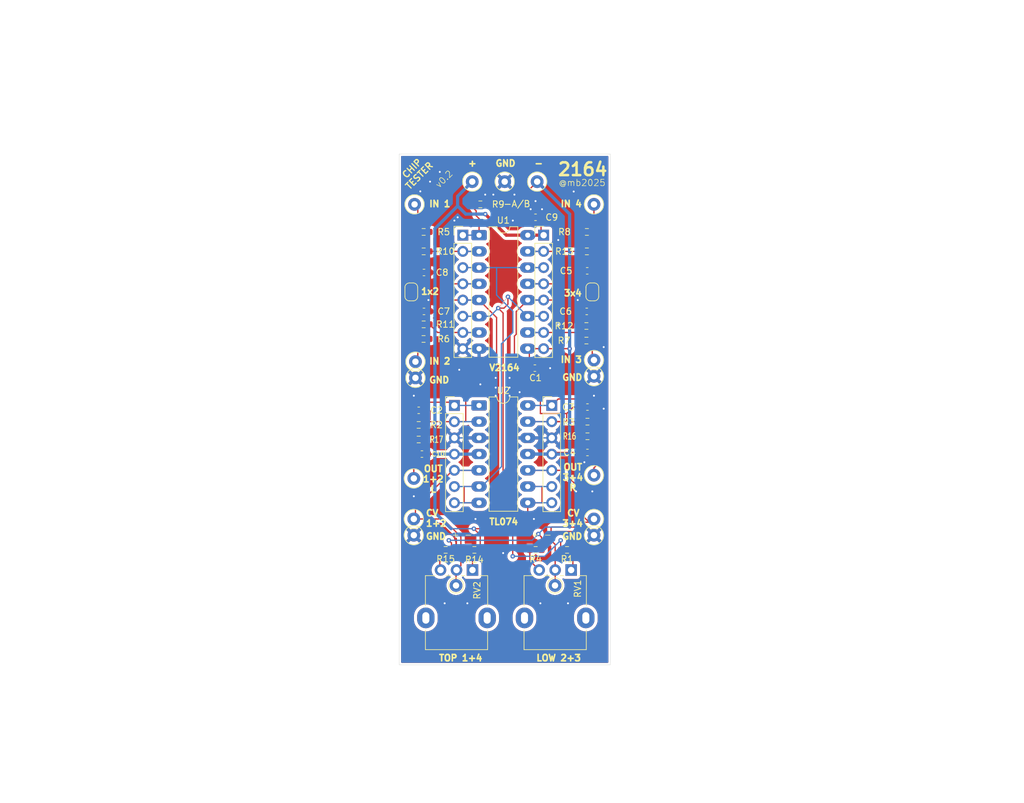
<source format=kicad_pcb>
(kicad_pcb (version 20241229) (generator "pcbnew") (generator_version "9.0")
  (title_block (comment 4 "AISLER Project ID: NJOANIDR"))
  (layers (0 "F.Cu" mixed) (2 "B.Cu" mixed) (13 "F.Paste" user) (15 "B.Paste" user) (5 "F.SilkS" user "F.Silkscreen") (7 "B.SilkS" user "B.Silkscreen") (1 "F.Mask" user) (3 "B.Mask" user) (25 "Edge.Cuts" user))
  (net 0 "")
  (net 1 "GND")
  (net 2 "+12V")
  (net 3 "-12V")
  (net 4 "Net-(C5-Pad2)")
  (net 5 "Net-(C6-Pad2)")
  (net 6 "Net-(C7-Pad2)")
  (net 7 "Net-(C8-Pad2)")
  (net 8 "Net-(R1-Pad1)")
  (net 9 "Net-(R4-Pad2)")
  (net 10 "Net-(R14-Pad1)")
  (net 11 "Net-(R15-Pad2)")
  (net 12 "Net-(JP1-A)")
  (net 13 "Net-(JP1-B)")
  (net 14 "Net-(JP2-A)")
  (net 15 "Net-(R16-Pad2)")
  (net 16 "Net-(R17-Pad2)")
  (net 17 "Net-(JP2-B)")
  (net 18 "/V02")
  (net 19 "/V07")
  (net 20 "/V10")
  (net 21 "/V15")
  (net 22 "/V01")
  (net 23 "/U02")
  (net 24 "/U01")
  (net 25 "/U14")
  (net 26 "/U13")
  (net 27 "/U05")
  (net 28 "/U10")
  (net 29 "/U06")
  (net 30 "/U08")
  (footprint "Resistor_SMD:R_0603_1608Metric_Pad0.98x0.95mm_HandSolder" (layer "F.Cu") (at 104.5 142 180)
    (property "Reference" "R1")
    (property "Value" "5k")
  )
  (footprint "Resistor_SMD:R_0603_1608Metric_Pad0.98x0.95mm_HandSolder" (layer "F.Cu") (at 90.932 87.884)
    (property "Reference" "R9")
    (property "Value" "7.5k for class A or DNP for class AB")
  )
  (footprint "Resistor_SMD:R_0603_1608Metric_Pad0.98x0.95mm_HandSolder" (layer "F.Cu") (at 107.532507 106.934 180)
    (property "Reference" "R12")
    (property "Value" "470")
  )
  (footprint "Resistor_SMD:R_0603_1608Metric_Pad0.98x0.95mm_HandSolder" (layer "F.Cu") (at 82.058443 92.202)
    (property "Reference" "R5")
    (property "Value" "33k")
  )
  (footprint "TestPoint:TestPoint_Loop_D2.50mm_Drill1.0mm" (layer "F.Cu") (at 89.662 84.328)
    (property "Reference" "TP2" (hide yes))
    (property "Value" "TestPoint")
  )
  (footprint "TestPoint:TestPoint_Loop_D2.50mm_Drill1.0mm" (layer "F.Cu") (at 108.712 137.16)
    (property "Reference" "TP5" (hide yes))
    (property "Value" "TestPoint")
  )
  (footprint "TestPoint:TestPoint_Loop_D2.50mm_Drill1.0mm" (layer "F.Cu") (at 108.712 130.302)
    (property "Reference" "TP8" (hide yes))
    (property "Value" "TestPoint")
  )
  (footprint "Capacitor_SMD:C_0603_1608Metric_Pad1.08x0.95mm_HandSolder" (layer "F.Cu") (at 81.788 127)
    (property "Reference" "C10")
    (property "Value" "100n")
  )
  (footprint "Capacitor_SMD:C_0603_1608Metric_Pad1.08x0.95mm_HandSolder" (layer "F.Cu") (at 107.696 126.746)
    (property "Reference" "C4")
    (property "Value" "100n")
  )
  (footprint "TestPoint:TestPoint_Loop_D2.50mm_Drill1.0mm" (layer "F.Cu") (at 80.772 112.522)
    (property "Reference" "TP11" (hide yes))
    (property "Value" "In2")
  )
  (footprint "Capacitor_SMD:C_0603_1608Metric_Pad1.08x0.95mm_HandSolder" (layer "F.Cu") (at 107.582507 104.648)
    (property "Reference" "C6")
    (property "Value" "560p")
  )
  (footprint "Capacitor_SMD:C_0603_1608Metric_Pad1.08x0.95mm_HandSolder" (layer "F.Cu") (at 107.65546 98.298)
    (property "Reference" "C5")
    (property "Value" "560p")
  )
  (footprint "TestPoint:TestPoint_THTPad_D2.0mm_Drill1.0mm" (layer "F.Cu") (at 102.616 147.574)
    (property "Reference" "H2" (hide yes))
    (property "Value" "MountingHole_Pad")
  )
  (footprint "Resistor_SMD:R_0603_1608Metric_Pad0.98x0.95mm_HandSolder" (layer "F.Cu") (at 107.60546 95.25 180)
    (property "Reference" "R13")
    (property "Value" "470")
  )
  (footprint "Connector_PinHeader_2.54mm:PinHeader_1x07_P2.54mm_Vertical" (layer "F.Cu") (at 86.868 119.38)
    (property "Reference" "J3" (hide yes))
    (property "Value" "Conn_01x07")
  )
  (footprint "Resistor_SMD:R_0603_1608Metric_Pad0.98x0.95mm_HandSolder" (layer "F.Cu") (at 107.696 121.92)
    (property "Reference" "R3")
    (property "Value" "33k")
  )
  (footprint "Package_DIP:DIP-16_W7.62mm_LongPads" (layer "F.Cu") (at 90.73 92.71)
    (property "Reference" "U1")
    (property "Value" "SSI2164")
  )
  (footprint "TestPoint:TestPoint_Loop_D2.50mm_Drill1.0mm" (layer "F.Cu") (at 94.742 84.328)
    (property "Reference" "TP4" (hide yes))
    (property "Value" "TestPoint")
  )
  (footprint "TestPoint:TestPoint_THTPad_D2.0mm_Drill1.0mm" (layer "F.Cu") (at 87.122 147.574)
    (property "Reference" "H1" (hide yes))
    (property "Value" "MountingHole_Pad")
  )
  (footprint "TestPoint:TestPoint_Loop_D2.50mm_Drill1.0mm" (layer "F.Cu") (at 108.712 87.884)
    (property "Reference" "TP10" (hide yes))
    (property "Value" "In4")
  )
  (footprint "Connector_PinHeader_2.54mm:PinHeader_1x07_P2.54mm_Vertical" (layer "F.Cu") (at 102.108 119.38)
    (property "Reference" "J4" (hide yes))
    (property "Value" "Conn_01x07")
  )
  (footprint "TestPoint:TestPoint_Loop_D2.50mm_Drill1.0mm" (layer "F.Cu") (at 80.518 139.7)
    (property "Reference" "TP12" (hide yes))
    (property "Value" "TestPoint")
  )
  (footprint "Resistor_SMD:R_0603_1608Metric_Pad0.98x0.95mm_HandSolder" (layer "F.Cu") (at 85.5 142 180)
    (property "Reference" "R15")
    (property "Value" "5k")
  )
  (footprint "Resistor_SMD:R_0603_1608Metric_Pad0.98x0.95mm_HandSolder" (layer "F.Cu") (at 107.60546 92.202 180)
    (property "Reference" "R8")
    (property "Value" "33k")
  )
  (footprint "Potentiometer_THT:Potentiometer_Alpha_RD901F-40-00D_Single_Vertical" (layer "F.Cu") (at 89.7 145.154 -90)
    (property "Reference" "RV2")
    (property "Value" "10k")
  )
  (footprint "Resistor_SMD:R_0603_1608Metric_Pad0.98x0.95mm_HandSolder" (layer "F.Cu") (at 81.28 122.428 180)
    (property "Reference" "R2")
    (property "Value" "33k")
  )
  (footprint "Resistor_SMD:R_0603_1608Metric_Pad0.98x0.95mm_HandSolder" (layer "F.Cu") (at 99.5875 142 180)
    (property "Reference" "R4")
    (property "Value" "5k")
  )
  (footprint "Resistor_SMD:R_0603_1608Metric_Pad0.98x0.95mm_HandSolder" (layer "F.Cu") (at 107.696 124.206)
    (property "Reference" "R16")
    (property "Value" "470")
  )
  (footprint "Jumper:SolderJumper-2_P1.3mm_Open_RoundedPad1.0x1.5mm" (layer "F.Cu") (at 80.124943 101.6 90)
    (property "Reference" "JP1" (hide yes))
    (property "Value" "Jumper_2_Bridged")
  )
  (footprint "TestPoint:TestPoint_Loop_D2.50mm_Drill1.0mm" (layer "F.Cu") (at 80.518 130.81)
    (property "Reference" "TP7" (hide yes))
    (property "Value" "TestPoint")
  )
  (footprint "Capacitor_SMD:C_0603_1608Metric_Pad1.08x0.95mm_HandSolder" (layer "F.Cu") (at 82.108443 98.552 180)
    (property "Reference" "C8")
    (property "Value" "560p")
  )
  (footprint "Resistor_SMD:R_0603_1608Metric_Pad0.98x0.95mm_HandSolder" (layer "F.Cu") (at 81.28 124.714 180)
    (property "Reference" "R17")
    (property "Value" "470")
  )
  (footprint "Resistor_SMD:R_0603_1608Metric_Pad0.98x0.95mm_HandSolder" (layer "F.Cu") (at 82.058443 95.25)
    (property "Reference" "R10")
    (property "Value" "470")
  )
  (footprint "Jumper:SolderJumper-2_P1.3mm_Open_RoundedPad1.0x1.5mm" (layer "F.Cu") (at 108.458 101.6 -90)
    (property "Reference" "JP2" (hide yes))
    (property "Value" "Jumper_2_Bridged")
  )
  (footprint "Capacitor_SMD:C_0603_1608Metric_Pad1.08x0.95mm_HandSolder" (layer "F.Cu") (at 107.696 119.634)
    (property "Reference" "C3")
    (property "Value" "220p")
  )
  (footprint "TestPoint:TestPoint_Loop_D2.50mm_Drill1.0mm" (layer "F.Cu") (at 108.712 114.808)
    (property "Reference" "TP15" (hide yes))
    (property "Value" "TestPoint")
  )
  (footprint "Capacitor_SMD:C_0603_1608Metric_Pad1.08x0.95mm_HandSolder" (layer "F.Cu") (at 99.568 89.916)
    (property "Reference" "C9")
    (property "Value" "100n")
  )
  (footprint "Capacitor_SMD:C_0603_1608Metric_Pad1.08x0.95mm_HandSolder" (layer "F.Cu") (at 82.108443 104.648 180)
    (property "Reference" "C7")
    (property "Value" "560p")
  )
  (footprint "TestPoint:TestPoint_Loop_D2.50mm_Drill1.0mm" (layer "F.Cu") (at 80.772 115.062)
    (property "Reference" "TP14" (hide yes))
    (property "Value" "TestPoint")
  )
  (footprint "TestPoint:TestPoint_Loop_D2.50mm_Drill1.0mm" (layer "F.Cu") (at 80.518 137.16)
    (property "Reference" "TP6" (hide yes))
    (property "Value" "TestPoint")
  )
  (footprint "TestPoint:TestPoint_Loop_D2.50mm_Drill1.0mm" (layer "F.Cu") (at 108.712 139.7)
    (property "Reference" "TP13" (hide yes))
    (property "Value" "TestPoint")
  )
  (footprint "Resistor_SMD:R_0603_1608Metric_Pad0.98x0.95mm_HandSolder" (layer "F.Cu") (at 82.058443 106.68)
    (property "Reference" "R11")
    (property "Value" "470")
  )
  (footprint "TestPoint:TestPoint_Loop_D2.50mm_Drill1.0mm" (layer "F.Cu") (at 108.712 112.268)
    (property "Reference" "TP9" (hide yes))
    (property "Value" "In3")
  )
  (footprint "Resistor_SMD:R_0603_1608Metric_Pad0.98x0.95mm_HandSolder" (layer "F.Cu") (at 82.042 108.966)
    (property "Reference" "R6")
    (property "Value" "33k")
  )
  (footprint "Package_DIP:DIP-14_W7.62mm_LongPads" (layer "F.Cu") (at 90.73 119.38)
    (property "Reference" "U2")
    (property "Value" "TL074")
  )
  (footprint "Capacitor_SMD:C_0603_1608Metric_Pad1.08x0.95mm_HandSolder" (layer "F.Cu") (at 81.283244 120.142 180)
    (property "Reference" "C2")
    (property "Value" "220p")
  )
  (footprint "Potentiometer_THT:Potentiometer_Alpha_RD901F-40-00D_Single_Vertical" (layer "F.Cu") (at 105.142 145.154 -90)
    (property "Reference" "RV1")
    (property "Value" "10k")
  )
  (footprint "Resistor_SMD:R_0603_1608Metric_Pad0.98x0.95mm_HandSolder" (layer "F.Cu") (at 107.532507 109.22 180)
    (property "Reference" "R7")
    (property "Value" "33k")
  )
  (footprint "Capacitor_SMD:C_0603_1608Metric_Pad1.08x0.95mm_HandSolder" (layer "F.Cu") (at 99.4675 113.538)
    (property "Reference" "C1")
    (property "Value" "100n")
  )
  (footprint "Connector_PinHeader_2.54mm:PinHeader_1x08_P2.54mm_Vertical" (layer "F.Cu") (at 88.19 92.71)
    (property "Reference" "J1" (hide yes))
    (property "Value" "Conn_01x08")
  )
  (footprint "TestPoint:TestPoint_Loop_D2.50mm_Drill1.0mm" (layer "F.Cu") (at 80.632943 87.884)
    (property "Reference" "TP1" (hide yes))
    (property "Value" "In1")
  )
  (footprint "Resistor_SMD:R_0603_1608Metric_Pad0.98x0.95mm_HandSolder" (layer "F.Cu") (at 90 142)
    (property "Reference" "R14")
    (property "Value" "5k")
  )
  (footprint "Connector_PinHeader_2.54mm:PinHeader_1x08_P2.54mm_Vertical" (layer "F.Cu") (at 100.838 92.71)
    (property "Reference" "J2" (hide yes))
    (property "Value" "Conn_01x08")
  )
  (footprint "TestPoint:TestPoint_Loop_D2.50mm_Drill1.0mm" (layer "F.Cu") (at 99.822 84.328)
    (property "Reference" "TP3" (hide yes))
    (property "Value" "TestPoint")
  )
  (gr_line (start 93.726 104.14) (end 95.25 102.362) (stroke (width 0.1)) (layer "B.SilkS"))
  (gr_rect (start 78.222 80) (end 111.27 160) (stroke (width 0.05)) (fill no) (layer "Edge.Cuts"))
  (gr_text "V2164" (at 92.202 114.046 0) (layer "F.SilkS") (effects (font (size 1 1) (thickness 0.25) (bold yes)) (justify left bottom)))
  (gr_text "2164" (at 102.87 83.566 0) (layer "F.SilkS") (effects (font (size 2 2) (thickness 0.4) (bold yes)) (justify left bottom)))
  (gr_text "+    GND    -" (at 88.9 82.042 0) (layer "F.SilkS") (effects (font (size 1 1) (thickness 0.25) (bold yes)) (justify left bottom)))
  (gr_text "v0.2" (at 84.5 85.5 45) (layer "F.SilkS") (effects (font (size 1 1) (thickness 0.1)) (justify left bottom)))
  (gr_text "LOW 2+3" (at 99.568 159.512 0) (layer "F.SilkS") (effects (font (size 1 1) (thickness 0.25) (bold yes)) (justify left bottom)))
  (gr_text "+ -" (at 98.806 140.208 0) (layer "F.SilkS") (effects (font (size 1 1) (thickness 0.1)) (justify left bottom)))
  (gr_text "IN 3" (at 103.378 112.776 0) (layer "F.SilkS") (effects (font (size 1 1) (thickness 0.25) (bold yes)) (justify left bottom)))
  (gr_text "GND" (at 103.632 115.57 0) (layer "F.SilkS") (effects (font (size 1 1) (thickness 0.25) (bold yes)) (justify left bottom)))
  (gr_text "IN 1" (at 82.804 88.392 0) (layer "F.SilkS") (effects (font (size 1 1) (thickness 0.25) (bold yes)) (justify left bottom)))
  (gr_text "TL074" (at 92.202 138.176 0) (layer "F.SilkS") (effects (font (size 1 1) (thickness 0.25) (bold yes)) (justify left bottom)))
  (gr_text " CV\n3+4" (at 103.632 138.43 0) (layer "F.SilkS") (effects (font (size 1 1) (thickness 0.25) (bold yes)) (justify left bottom)))
  (gr_text "CHIP\nTESTER" (at 81.788 83.82 45) (layer "F.SilkS") (effects (font (size 1 1) (thickness 0.2) (bold yes)) (justify bottom)))
  (gr_text "@mb2025" (at 103.124 85.09 0) (layer "F.SilkS") (effects (font (size 1 1) (thickness 0.1)) (justify left bottom)))
  (gr_text "OUT\n3+4\nR" (at 105.41 132.842 0) (layer "F.SilkS") (effects (font (size 1 1) (thickness 0.25) (bold yes)) (justify bottom)))
  (gr_text "3x4" (at 103.886 102.362 0) (layer "F.SilkS") (effects (font (size 1 1) (thickness 0.25) (bold yes)) (justify left bottom)))
  (gr_text "GND" (at 103.632 140.462 0) (layer "F.SilkS") (effects (font (size 1 1) (thickness 0.25) (bold yes)) (justify left bottom)))
  (gr_text "1x2" (at 81.534 102.108 0) (layer "F.SilkS") (effects (font (size 1 1) (thickness 0.25) (bold yes)) (justify left bottom)))
  (gr_text "IN 2" (at 82.804 113.03 0) (layer "F.SilkS") (effects (font (size 1 1) (thickness 0.25) (bold yes)) (justify left bottom)))
  (gr_text "CV\n1+2" (at 82.296 138.43 0) (layer "F.SilkS") (effects (font (size 1 1) (thickness 0.25) (bold yes)) (justify left bottom)))
  (gr_text "TOP 1+4" (at 84.328 159.512 0) (layer "F.SilkS") (effects (font (size 1 1) (thickness 0.25) (bold yes)) (justify left bottom)))
  (gr_text "IN 4" (at 103.378 88.392 0) (layer "F.SilkS") (effects (font (size 1 1) (thickness 0.25) (bold yes)) (justify left bottom)))
  (gr_text "-A/B" (at 94.488 88.392 0) (layer "F.SilkS") (effects (font (size 1 1)) (justify left bottom)))
  (gr_text "OUT\n1+2\nL" (at 83.566 133.096 0) (layer "F.SilkS") (effects (font (size 1 1) (thickness 0.25) (bold yes)) (justify bottom)))
  (gr_text "GND" (at 82.804 115.979553 0) (layer "F.SilkS") (effects (font (size 1 1) (thickness 0.25) (bold yes)) (justify left bottom)))
  (gr_text "GND" (at 82.296 140.462 0) (layer "F.SilkS") (effects (font (size 1 1) (thickness 0.25) (bold yes)) (justify left bottom)))
  (gr_text "+ -" (at 86.36 140.208 0) (layer "F.SilkS") (effects (font (size 1 1) (thickness 0.1)) (justify left bottom)))
  (via (at 91.694 86.36) (size 0.7) (drill 0.3) (layers "F.Cu" "B.Cu") (net 1))
  (via (at 80.518 133.604) (size 0.7) (drill 0.3) (layers "F.Cu" "B.Cu") (net 1))
  (via (at 82.804 102.87) (size 0.7) (drill 0.3) (layers "F.Cu" "B.Cu") (net 1))
  (via (at 96.012 90.424) (size 0.7) (drill 0.3) (layers "F.Cu" "B.Cu") (net 1))
  (via (at 87.376 89.916) (size 0.7) (drill 0.3) (layers "F.Cu" "B.Cu") (net 1))
  (via (at 81.534 85.852) (size 0.7) (drill 0.3) (layers "F.Cu" "B.Cu") (net 1))
  (via (at 90.17 137.16) (size 0.7) (drill 0.3) (layers "F.Cu" "B.Cu") (net 1))
  (via (at 105.918 132.842) (size 0.7) (drill 0.3) (layers "F.Cu" "B.Cu") (net 1))
  (via (at 93.33 115.062) (size 0.7) (drill 0.3) (layers "F.Cu" "B.Cu") (net 1))
  (via (at 101.854 113.538) (size 0.7) (drill 0.3) (layers "F.Cu" "B.Cu") (net 1))
  (via (at 85.344 150.368) (size 0.7) (drill 0.3) (layers "F.Cu" "B.Cu") (net 1))
  (via (at 90.932 116.078) (size 0.7) (drill 0.3) (layers "F.Cu" "B.Cu") (net 1))
  (via (at 96.266 86.36) (size 0.7) (drill 0.3) (layers "F.Cu" "B.Cu") (net 1))
  (via (at 93.33 117.856) (size 0.7) (drill 0.3) (layers "F.Cu" "B.Cu") (net 1))
  (via (at 104.648 150.368) (size 0.7) (drill 0.3) (layers "F.Cu" "B.Cu") (net 1))
  (via (at 86.868 90.424) (size 0.7) (drill 0.3) (layers "F.Cu" "B.Cu") (net 1))
  (via (at 103.124 93.472) (size 0.7) (drill 0.3) (layers "F.Cu" "B.Cu") (net 1))
  (via (at 99.314 137.16) (size 0.7) (drill 0.3) (layers "F.Cu" "B.Cu") (net 1))
  (via (at 95.504 116.586) (size 0.7) (drill 0.3) (layers "F.Cu" "B.Cu") (net 1))
  (via (at 105.538661 85.875579) (size 0.7) (drill 0.3) (layers "F.Cu" "B.Cu") (net 1))
  (via (at 92.964 86.36) (size 0.7) (drill 0.3) (layers "F.Cu" "B.Cu") (net 1))
  (via (at 94.5 142.5) (size 0.7) (drill 0.3) (layers "F.Cu" "B.Cu") (net 1))
  (via (at 99.568 87.376) (size 0.7) (drill 0.3) (layers "F.Cu" "B.Cu") (net 1))
  (via (at 100.584 88.646) (size 0.7) (drill 0.3) (layers "F.Cu" "B.Cu") (net 1))
  (via (at 106.172 102.87) (size 0.7) (drill 0.3) (layers "F.Cu" "B.Cu") (net 1))
  (via (at 97.07638 117.29962) (size 0.7) (drill 0.3) (layers "F.Cu" "B.Cu") (net 1))
  (via (at 95.504 117.856) (size 0.7) (drill 0.3) (layers "F.Cu" "B.Cu") (net 1))
  (via (at 100.33 150.368) (size 0.7) (drill 0.3) (layers "F.Cu" "B.Cu") (net 1))
  (via (at 84.582 82.804) (size 0.7) (drill 0.3) (layers "F.Cu" "B.Cu") (net 1))
  (via (at 110.236 119.888) (size 0.7) (drill 0.3) (layers "F.Cu" "B.Cu") (net 1))
  (via (at 103.124 106.68) (size 0.7) (drill 0.3) (layers "F.Cu" "B.Cu") (net 1))
  (via (at 108.458 132.842) (size 0.7) (drill 0.3) (layers "F.Cu" "B.Cu") (net 1))
  (via (at 87.63 113.792) (size 0.7) (drill 0.3) (layers "F.Cu" "B.Cu") (net 1))
  (via (at 88.9 150.368) (size 0.7) (drill 0.3) (layers "F.Cu" "B.Cu") (net 1))
  (via (at 110.236 110.236) (size 0.7) (drill 0.3) (layers "F.Cu" "B.Cu") (net 1))
  (via (at 80.518 117.856) (size 0.7) (drill 0.3) (layers "F.Cu" "B.Cu") (net 1))
  (via (at 93.33 116.586) (size 0.7) (drill 0.3) (layers "F.Cu" "B.Cu") (net 1))
  (via (at 83.058 84.328) (size 0.7) (drill 0.3) (layers "F.Cu" "B.Cu") (net 1))
  (via (at 95.504 115.062) (size 0.7) (drill 0.3) (layers "F.Cu" "B.Cu") (net 1))
  (via (at 108.712 117.856) (size 0.7) (drill 0.3) (layers "F.Cu" "B.Cu") (net 1))
  (via (at 98.806 88.646) (size 0.7) (drill 0.3) (layers "F.Cu" "B.Cu") (net 1))
  (via (at 107.212 128.27) (size 0.7) (drill 0.3) (layers "F.Cu" "B.Cu") (net 1))
  (segment (start 98.35 124.46) (end 102.108 124.46) (width 0.2) (layer "B.Cu") (net 1))
  (segment (start 86.868 124.46) (end 90.73 124.46) (width 0.2) (layer "B.Cu") (net 1))
  (segment (start 90.73 110.49) (end 88.19 110.49) (width 0.2) (layer "B.Cu") (net 1))
  (segment (start 98.35 92.71) (end 100.838 92.71) (width 0.5) (layer "F.Cu") (net 2))
  (segment (start 96 139.684) (end 96 143) (width 0.2) (layer "F.Cu") (net 2))
  (segment (start 94.996 92.71) (end 91.694 89.408) (width 0.5) (layer "F.Cu") (net 2))
  (segment (start 95 138.684) (end 89.916 138.684) (width 0.2) (layer "F.Cu") (net 2))
  (segment (start 103.5 141.9125) (end 103.5875 142) (width 0.2) (layer "F.Cu") (net 2))
  (segment (start 100.4305 92.3025) (end 100.838 92.71) (width 0.2) (layer "F.Cu") (net 2))
  (segment (start 98.35 92.71) (end 94.996 92.71) (width 0.5) (layer "F.Cu") (net 2))
  (segment (start 100.4305 89.916) (end 100.4305 92.3025) (width 0.2) (layer "F.Cu") (net 2))
  (segment (start 90.9125 142) (end 90.9125 139.6805) (width 0.2) (layer "F.Cu") (net 2))
  (segment (start 103.5 140.5) (end 103.5 141.9125) (width 0.2) (layer "F.Cu") (net 2))
  (segment (start 82.6505 127) (end 86.868 127) (width 0.2) (layer "F.Cu") (net 2))
  (segment (start 90.9125 139.6805) (end 89.916 138.684) (width 0.2) (layer "F.Cu") (net 2))
  (segment (start 95 138.684) (end 96 139.684) (width 0.2) (layer "F.Cu") (net 2))
  (via (at 96 143) (size 0.7) (drill 0.3) (layers "F.Cu" "B.Cu") (net 2))
  (via (at 103.5 140.5) (size 0.7) (drill 0.3) (layers "F.Cu" "B.Cu") (net 2))
  (via (at 91.694 89.408) (size 0.7) (drill 0.3) (layers "F.Cu" "B.Cu") (net 2))
  (via (at 89.916 138.684) (size 0.7) (drill 0.3) (layers "F.Cu" "B.Cu") (net 2))
  (segment (start 86.868 127) (end 90.73 127) (width 0.2) (layer "B.Cu") (net 2))
  (segment (start 87.376 88.138) (end 88.646 89.408) (width 0.5) (layer "B.Cu") (net 2))
  (segment (start 90.73 127) (end 83.82 127) (width 0.5) (layer "B.Cu") (net 2))
  (segment (start 88.646 89.408) (end 91.694 89.408) (width 0.5) (layer "B.Cu") (net 2))
  (segment (start 101 143) (end 103.5 140.5) (width 0.2) (layer "B.Cu") (net 2))
  (segment (start 89.662 84.328) (end 87.376 86.614) (width 0.5) (layer "B.Cu") (net 2))
  (segment (start 83.82 127) (end 83.82 127.508) (width 0.2) (layer "B.Cu") (net 2))
  (segment (start 87.376 86.614) (end 87.376 88.138) (width 0.5) (layer "B.Cu") (net 2))
  (segment (start 96 143) (end 101 143) (width 0.2) (layer "B.Cu") (net 2))
  (segment (start 83.82 91.694) (end 83.82 127.508) (width 0.5) (layer "B.Cu") (net 2))
  (segment (start 89.916 138.684) (end 86.36 138.684) (width 0.2) (layer "B.Cu") (net 2))
  (segment (start 83.82 136.144) (end 86.36 138.684) (width 0.5) (layer "B.Cu") (net 2))
  (segment (start 87.376 88.138) (end 83.82 91.694) (width 0.5) (layer "B.Cu") (net 2))
  (segment (start 83.82 127.508) (end 83.82 136.144) (width 0.5) (layer "B.Cu") (net 2))
  (segment (start 98.605 113.538) (end 98.605 110.745) (width 0.2) (layer "F.Cu") (net 3))
  (segment (start 100.5 142) (end 100.5 140) (width 0.2) (layer "F.Cu") (net 3))
  (segment (start 106.8335 126.746) (end 102.362 126.746) (width 0.2) (layer "F.Cu") (net 3))
  (segment (start 100.838 110.49) (end 104.902 110.49) (width 0.2) (layer "F.Cu") (net 3))
  (segment (start 86.4125 140.9125) (end 86 140.5) (width 0.2) (layer "F.Cu") (net 3))
  (segment (start 98.605 110.745) (end 98.35 110.49) (width 0.2) (layer "F.Cu") (net 3))
  (segment (start 86.4125 142) (end 86.4125 140.9125) (width 0.2) (layer "F.Cu") (net 3))
  (segment (start 92.3525 88.392) (end 95.758 88.392) (width 0.2) (layer "F.Cu") (net 3))
  (segment (start 100.838 110.49) (end 98.35 110.49) (width 0.2) (layer "F.Cu") (net 3))
  (segment (start 91.8445 87.884) (end 92.3525 88.392) (width 0.2) (layer "F.Cu") (net 3))
  (segment (start 102.362 126.746) (end 102.108 127) (width 0.2) (layer "F.Cu") (net 3))
  (segment (start 95.758 88.392) (end 99.822 84.328) (width 0.2) (layer "F.Cu") (net 3))
  (segment (start 100.5 140) (end 100.011 139.511) (width 0.2) (layer "F.Cu") (net 3))
  (via (at 86 140.5) (size 0.7) (drill 0.3) (layers "F.Cu" "B.Cu") (net 3))
  (via (at 104.902 110.49) (size 0.7) (drill 0.3) (layers "F.Cu" "B.Cu") (net 3))
  (via (at 100.011 139.511) (size 0.7) (drill 0.3) (layers "F.Cu" "B.Cu") (net 3))
  (segment (start 101.092 138.43) (end 100.011 139.511) (width 0.2) (layer "B.Cu") (net 3))
  (segment (start 104.902 127) (end 104.902 125.73) (width 0.2) (layer "B.Cu") (net 3))
  (segment (start 104.902 89.408) (end 104.902 110.49) (width 0.5) (layer "B.Cu") (net 3))
  (segment (start 104.902 110.744) (end 104.902 125.73) (width 0.5) (layer "B.Cu") (net 3))
  (segment (start 104.902 110.49) (end 104.902 110.744) (width 0.5) (layer "B.Cu") (net 3))
  (segment (start 99.822 84.328) (end 104.902 89.408) (width 0.5) (layer "B.Cu") (net 3))
  (segment (start 98.35 127) (end 102.108 127) (width 0.5) (layer "B.Cu") (net 3))
  (segment (start 104.648 110.49) (end 104.902 110.744) (width 0.2) (layer "B.Cu") (net 3))
  (segment (start 99.022 140.5) (end 86 140.5) (width 0.2) (layer "B.Cu") (net 3))
  (segment (start 104.902 138.43) (end 101.092 138.43) (width 0.2) (layer "B.Cu") (net 3))
  (segment (start 98.35 127) (end 104.902 127) (width 0.5) (layer "B.Cu") (net 3))
  (segment (start 100.011 139.511) (end 99.022 140.5) (width 0.2) (layer "B.Cu") (net 3))
  (segment (start 104.902 125.73) (end 104.902 138.43) (width 0.5) (layer "B.Cu") (net 3))
  (segment (start 108.51796 98.298) (end 108.51796 95.25) (width 0.2) (layer "F.Cu") (net 4))
  (segment (start 108.445007 106.934) (end 108.445007 104.648) (width 0.2) (layer "F.Cu") (net 5))
  (segment (start 81.145943 106.68) (end 81.145943 104.748) (width 0.2) (layer "F.Cu") (net 6))
  (segment (start 81.145943 104.748) (end 81.245943 104.648) (width 0.2) (layer "F.Cu") (net 6))
  (segment (start 81.245943 98.552) (end 81.245943 95.35) (width 0.2) (layer "F.Cu") (net 7))
  (segment (start 81.245943 95.35) (end 81.145943 95.25) (width 0.2) (layer "F.Cu") (net 7))
  (segment (start 105.4125 144.8835) (end 105.142 145.154) (width 0.2) (layer "F.Cu") (net 8))
  (segment (start 105.4125 142) (end 105.4125 144.8835) (width 0.2) (layer "F.Cu") (net 8))
  (segment (start 98.675 143.687) (end 100.142 145.154) (width 0.2) (layer "F.Cu") (net 9))
  (segment (start 98.675 142) (end 98.675 143.687) (width 0.2) (layer "F.Cu") (net 9))
  (segment (start 89.7 143.2) (end 89.7 145.154) (width 0.2) (layer "F.Cu") (net 10))
  (segment (start 89.0875 142) (end 89.0875 142.5875) (width 0.2) (layer "F.Cu") (net 10))
  (segment (start 89.0875 142.5875) (end 89.7 143.2) (width 0.2) (layer "F.Cu") (net 10))
  (segment (start 84.5875 145.0415) (end 84.7 145.154) (width 0.2) (layer "F.Cu") (net 11))
  (segment (start 84.5875 142) (end 84.5875 145.0415) (width 0.2) (layer "F.Cu") (net 11))
  (segment (start 81.1295 108.966) (end 81.145943 108.982443) (width 0.2) (layer "F.Cu") (net 12))
  (segment (start 81.145943 112.148057) (end 80.772 112.522) (width 0.2) (layer "F.Cu") (net 12))
  (segment (start 80.124943 102.25) (end 80.124943 107.961443) (width 0.2) (layer "F.Cu") (net 12))
  (segment (start 81.145943 108.982443) (end 81.145943 112.148057) (width 0.2) (layer "F.Cu") (net 12))
  (segment (start 80.124943 107.961443) (end 81.1295 108.966) (width 0.2) (layer "F.Cu") (net 12))
  (segment (start 81.145943 92.202) (end 81.145943 88.397) (width 0.2) (layer "F.Cu") (net 13))
  (segment (start 81.145943 88.397) (end 80.632943 87.884) (width 0.2) (layer "F.Cu") (net 13))
  (segment (start 80.124943 100.95) (end 80.124943 93.223) (width 0.2) (layer "F.Cu") (net 13))
  (segment (start 80.124943 93.223) (end 81.145943 92.202) (width 0.2) (layer "F.Cu") (net 13))
  (segment (start 109.728 99.68) (end 109.728 93.41204) (width 0.2) (layer "F.Cu") (net 14))
  (segment (start 108.51796 92.202) (end 108.712 92.00796) (width 0.2) (layer "F.Cu") (net 14))
  (segment (start 108.712 92.00796) (end 108.712 87.884) (width 0.2) (layer "F.Cu") (net 14))
  (segment (start 108.458 100.95) (end 109.728 99.68) (width 0.2) (layer "F.Cu") (net 14))
  (segment (start 109.728 93.41204) (end 108.51796 92.202) (width 0.2) (layer "F.Cu") (net 14))
  (segment (start 108.712 129.159) (end 109.728 128.143) (width 0.2) (layer "F.Cu") (net 15))
  (segment (start 108.712 130.302) (end 108.712 129.159) (width 0.2) (layer "F.Cu") (net 15))
  (segment (start 109.728 128.143) (end 109.728 125.3255) (width 0.2) (layer "F.Cu") (net 15))
  (segment (start 109.728 125.3255) (end 108.6085 124.206) (width 0.2) (layer "F.Cu") (net 15))
  (segment (start 80.518 129.413) (end 79.756 128.651) (width 0.2) (layer "F.Cu") (net 16))
  (segment (start 79.756 125.3255) (end 80.3675 124.714) (width 0.2) (layer "F.Cu") (net 16))
  (segment (start 80.518 130.81) (end 80.518 129.413) (width 0.2) (layer "F.Cu") (net 16))
  (segment (start 79.756 128.651) (end 79.756 125.3255) (width 0.2) (layer "F.Cu") (net 16))
  (segment (start 108.712 112.268) (end 108.712 111.518993) (width 0.2) (layer "F.Cu") (net 17))
  (segment (start 108.458 102.25) (end 109.728 103.52) (width 0.2) (layer "F.Cu") (net 17))
  (segment (start 108.953007 109.22) (end 108.445007 109.22) (width 0.2) (layer "F.Cu") (net 17))
  (segment (start 109.728 108.445007) (end 108.953007 109.22) (width 0.2) (layer "F.Cu") (net 17))
  (segment (start 108.445007 111.252) (end 108.445007 109.22) (width 0.2) (layer "F.Cu") (net 17))
  (segment (start 108.712 111.518993) (end 108.445007 111.252) (width 0.2) (layer "F.Cu") (net 17))
  (segment (start 109.728 103.52) (end 109.728 108.445007) (width 0.2) (layer "F.Cu") (net 17))
  (segment (start 82.970943 95.25) (end 82.970943 92.202) (width 0.2) (layer "F.Cu") (net 18))
  (segment (start 90.73 95.25) (end 82.970943 95.25) (width 0.2) (layer "F.Cu") (net 18))
  (segment (start 90.73 95.25) (end 88.19 95.25) (width 0.2) (layer "B.Cu") (net 18))
  (segment (start 82.970943 106.68) (end 82.970943 108.949557) (width 0.2) (layer "F.Cu") (net 19))
  (segment (start 82.970943 106.68) (end 84.240943 107.95) (width 0.2) (layer "F.Cu") (net 19))
  (segment (start 82.970943 108.949557) (end 82.9545 108.966) (width 0.2) (layer "F.Cu") (net 19))
  (segment (start 84.240943 107.95) (end 90.73 107.95) (width 0.2) (layer "F.Cu") (net 19))
  (segment (start 90.73 107.95) (end 88.19 107.95) (width 0.2) (layer "B.Cu") (net 19))
  (segment (start 106.112007 107.95) (end 98.35 107.95) (width 0.2) (layer "F.Cu") (net 20))
  (segment (start 106.620007 106.934) (end 106.620007 109.22) (width 0.2) (layer "F.Cu") (net 20))
  (segment (start 106.620007 106.934) (end 106.620007 107.442) (width 0.2) (layer "F.Cu") (net 20))
  (segment (start 106.620007 107.442) (end 106.112007 107.95) (width 0.2) (layer "F.Cu") (net 20))
  (segment (start 100.838 107.95) (end 98.35 107.95) (width 0.2) (layer "B.Cu") (net 20))
  (segment (start 98.35 95.25) (end 106.69296 95.25) (width 0.2) (layer "F.Cu") (net 21))
  (segment (start 106.69296 95.25) (end 106.69296 92.202) (width 0.2) (layer "F.Cu") (net 21))
  (segment (start 100.838 95.25) (end 98.35 95.25) (width 0.2) (layer "B.Cu") (net 21))
  (segment (start 90.73 90.118) (end 90.274 89.662) (width 0.2) (layer "F.Cu") (net 22))
  (segment (start 90.0195 88.646) (end 90.0195 87.884) (width 0.2) (layer "F.Cu") (net 22))
  (segment (start 90.274 88.9005) (end 90.0195 88.646) (width 0.2) (layer "F.Cu") (net 22))
  (segment (start 90.274 89.662) (end 90.274 88.9005) (width 0.2) (layer "F.Cu") (net 22))
  (segment (start 90.73 92.71) (end 90.73 90.118) (width 0.2) (layer "F.Cu") (net 22))
  (segment (start 90.73 92.71) (end 88.19 92.71) (width 0.2) (layer "B.Cu") (net 22))
  (segment (start 88.646 117.094) (end 93.472 112.268) (width 0.2) (layer "F.Cu") (net 23))
  (segment (start 82.7005 121.92) (end 82.1925 122.428) (width 0.2) (layer "F.Cu") (net 23))
  (segment (start 93.472 105.612) (end 90.73 102.87) (width 0.2) (layer "F.Cu") (net 23))
  (segment (start 82.1925 122.428) (end 83.058 121.5625) (width 0.2) (layer "F.Cu") (net 23))
  (segment (start 88.646 121.92) (end 86.868 121.92) (width 0.2) (layer "F.Cu") (net 23))
  (segment (start 83.058 121.5625) (end 83.058 120.26154) (width 0.2) (layer "F.Cu") (net 23))
  (segment (start 93.472 112.268) (end 93.472 105.612) (width 0.2) (layer "F.Cu") (net 23))
  (segment (start 86.868 121.92) (end 82.7005 121.92) (width 0.2) (layer "F.Cu") (net 23))
  (segment (start 88.646 121.92) (end 88.646 117.094) (width 0.2) (layer "F.Cu") (net 23))
  (segment (start 83.058 120.26154) (end 82.93846 120.142) (width 0.2) (layer "F.Cu") (net 23))
  (segment (start 85.852 100.33) (end 85.852 102.87) (width 0.2) (layer "F.Cu") (net 23))
  (segment (start 90.73 100.33) (end 85.852 100.33) (width 0.2) (layer "F.Cu") (net 23))
  (segment (start 82.93846 120.142) (end 82.145744 120.142) (width 0.2) (layer "F.Cu") (net 23))
  (segment (start 85.852 102.87) (end 90.73 102.87) (width 0.2) (layer "F.Cu") (net 23))
  (segment (start 90.73 100.33) (end 88.19 100.33) (width 0.2) (layer "B.Cu") (net 23))
  (segment (start 86.868 121.92) (end 90.73 121.92) (width 0.2) (layer "B.Cu") (net 23))
  (segment (start 90.73 102.87) (end 88.19 102.87) (width 0.2) (layer "B.Cu") (net 23))
  (segment (start 80.3675 122.889) (end 82.1925 124.714) (width 0.2) (layer "F.Cu") (net 24))
  (segment (start 80.420744 120.142) (end 80.420744 120.239256) (width 0.2) (layer "F.Cu") (net 24))
  (segment (start 80.3675 122.428) (end 80.3675 122.889) (width 0.2) (layer "F.Cu") (net 24))
  (segment (start 81.690744 118.872) (end 86.36 118.872) (width 0.2) (layer "F.Cu") (net 24))
  (segment (start 80.420744 120.239256) (end 80.3675 120.2925) (width 0.2) (layer "F.Cu") (net 24))
  (segment (start 80.420744 120.142) (end 81.690744 118.872) (width 0.2) (layer "F.Cu") (net 24))
  (segment (start 80.3675 120.2925) (end 80.3675 122.428) (width 0.2) (layer "F.Cu") (net 24))
  (segment (start 86.36 118.872) (end 86.868 119.38) (width 0.2) (layer "F.Cu") (net 24))
  (segment (start 86.868 119.38) (end 90.73 119.38) (width 0.2) (layer "B.Cu") (net 24))
  (segment (start 103.124 118.364) (end 107.2885 118.364) (width 0.2) (layer "F.Cu") (net 25))
  (segment (start 107.2885 118.364) (end 108.5585 119.634) (width 0.2) (layer "F.Cu") (net 25))
  (segment (start 108.6085 121.5625) (end 108.5585 121.5125) (width 0.2) (layer "F.Cu") (net 25))
  (segment (start 108.6085 121.92) (end 108.6085 121.5625) (width 0.2) (layer "F.Cu") (net 25))
  (segment (start 108.5585 121.5125) (end 108.5585 119.634) (width 0.2) (layer "F.Cu") (net 25))
  (segment (start 102.108 119.38) (end 103.124 118.364) (width 0.2) (layer "F.Cu") (net 25))
  (segment (start 106.7835 123.745) (end 108.6085 121.92) (width 0.2) (layer "F.Cu") (net 25))
  (segment (start 106.7835 124.206) (end 106.7835 123.745) (width 0.2) (layer "F.Cu") (net 25))
  (segment (start 98.35 119.38) (end 102.108 119.38) (width 0.2) (layer "B.Cu") (net 25))
  (segment (start 98.35 121.92) (end 101.907 121.92) (width 0.2) (layer "F.Cu") (net 26))
  (segment (start 100.33 120.65) (end 100.33 117.856) (width 0.2) (layer "F.Cu") (net 26))
  (segment (start 96.548 104.672) (end 98.35 102.87) (width 0.2) (layer "F.Cu") (net 26))
  (segment (start 96.548 108.233685) (end 96.548 104.672) (width 0.2) (layer "F.Cu") (net 26))
  (segment (start 103.378 100.33) (end 103.378 102.87) (width 0.2) (layer "F.Cu") (net 26))
  (segment (start 103.378 102.87) (end 98.35 102.87) (width 0.2) (layer "F.Cu") (net 26))
  (segment (start 104.447 120.65) (end 100.33 120.65) (width 0.2) (layer "F.Cu") (net 26))
  (segment (start 100.33 117.856) (end 96.266 113.792) (width 0.2) (layer "F.Cu") (net 26))
  (segment (start 105.463 119.634) (end 104.447 120.65) (width 0.2) (layer "F.Cu") (net 26))
  (segment (start 104.394 121.92) (end 101.907 121.92) (width 0.2) (layer "F.Cu") (net 26))
  (segment (start 106.7835 121.92) (end 101.907 121.92) (width 0.2) (layer "F.Cu") (net 26))
  (segment (start 96.266 108.515685) (end 96.548 108.233685) (width 0.2) (layer "F.Cu") (net 26))
  (segment (start 104.447 120.65) (end 104.447 121.867) (width 0.2) (layer "F.Cu") (net 26))
  (segment (start 106.8335 119.634) (end 105.463 119.634) (width 0.2) (layer "F.Cu") (net 26))
  (segment (start 96.266 113.792) (end 96.266 108.515685) (width 0.2) (layer "F.Cu") (net 26))
  (segment (start 104.447 121.867) (end 104.394 121.92) (width 0.2) (layer "F.Cu") (net 26))
  (segment (start 98.35 100.33) (end 103.378 100.33) (width 0.2) (layer "F.Cu") (net 26))
  (segment (start 100.838 100.33) (end 98.35 100.33) (width 0.2) (layer "B.Cu") (net 26))
  (segment (start 98.35 121.92) (end 102.108 121.92) (width 0.2) (layer "B.Cu") (net 26))
  (segment (start 100.838 102.87) (end 98.35 102.87) (width 0.2) (layer "B.Cu") (net 26))
  (segment (start 85.09 137.16) (end 87.884 139.954) (width 0.2) (layer "F.Cu") (net 27))
  (segment (start 90.73 129.54) (end 86.614 129.54) (width 0.2) (layer "F.Cu") (net 27))
  (segment (start 87.122 145.232) (end 87.122 147.574) (width 0.2) (layer "F.Cu") (net 27))
  (segment (start 80.772 135.382) (end 80.772 136.652) (width 0.2) (layer "F.Cu") (net 27))
  (segment (start 87.884 144.47) (end 87.2 145.154) (width 0.2) (layer "F.Cu") (net 27))
  (segment (start 80.518 137.16) (end 85.09 137.16) (width 0.2) (layer "F.Cu") (net 27))
  (segment (start 86.614 129.54) (end 80.772 135.382) (width 0.2) (layer "F.Cu") (net 27))
  (segment (start 87.884 139.954) (end 87.884 144.47) (width 0.2) (layer "F.Cu") (net 27))
  (segment (start 87.2 145.154) (end 87.122 145.232) (width 0.2) (layer "F.Cu") (net 27))
  (segment (start 80.772 136.652) (end 80.518 136.906) (width 0.2) (layer "F.Cu") (net 27))
  (segment (start 80.518 136.906) (end 80.518 137.16) (width 0.2) (layer "F.Cu") (net 27))
  (segment (start 86.868 129.54) (end 90.73 129.54) (width 0.2) (layer "B.Cu") (net 27))
  (segment (start 106.934 137.668) (end 106.172 138.43) (width 0.2) (layer "F.Cu") (net 28))
  (segment (start 102.642 147.294) (end 102.642 145.154) (width 0.2) (layer "F.Cu") (net 28))
  (segment (start 107.188 133.096) (end 107.188 136.906) (width 0.2) (layer "F.Cu") (net 28))
  (segment (start 102.108 138.43) (end 102 138.538) (width 0.2) (layer "F.Cu") (net 28))
  (segment (start 98.35 129.54) (end 103.632 129.54) (width 0.2) (layer "F.Cu") (net 28))
  (segment (start 106.172 138.43) (end 102.108 138.43) (width 0.2) (layer "F.Cu") (net 28))
  (segment (start 102.642 141.15205) (end 102.642 145.154) (width 0.2) (layer "F.Cu") (net 28))
  (segment (start 102.616 147.574) (end 102.616 147.32) (width 0.2) (layer "F.Cu") (net 28))
  (segment (start 107.95 137.668) (end 106.934 137.668) (width 0.2) (layer "F.Cu") (net 28))
  (segment (start 108.458 137.16) (end 107.95 137.668) (width 0.2) (layer "F.Cu") (net 28))
  (segment (start 102.616 147.32) (end 102.642 147.294) (width 0.2) (layer "F.Cu") (net 28))
  (segment (start 102 138.538) (end 102 140.51005) (width 0.2) (layer "F.Cu") (net 28))
  (segment (start 102 140.51005) (end 102.642 141.15205) (width 0.2) (layer "F.Cu") (net 28))
  (segment (start 107.188 136.906) (end 107.95 137.668) (width 0.2) (layer "F.Cu") (net 28))
  (segment (start 103.632 129.54) (end 107.188 133.096) (width 0.2) (layer "F.Cu") (net 28))
  (segment (start 98.35 129.54) (end 102.108 129.54) (width 0.2) (layer "B.Cu") (net 28))
  (segment (start 108.712 137.16) (end 108.458 137.16) (width 0.2) (layer "B.Cu") (net 28))
  (segment (start 88.392 134.62) (end 88.392 132.08) (width 0.2) (layer "F.Cu") (net 29))
  (segment (start 88.392 132.08) (end 90.73 132.08) (width 0.2) (layer "F.Cu") (net 29))
  (segment (start 90.73 134.62) (end 88.392 134.62) (width 0.2) (layer "F.Cu") (net 29))
  (segment (start 91.13 132.08) (end 94.234 128.976) (width 0.2) (layer "B.Cu") (net 29))
  (segment (start 96.012 107.95) (end 96.012 104.622) (width 0.2) (layer "B.Cu") (net 29))
  (segment (start 90.73 132.08) (end 91.13 132.08) (width 0.2) (layer "B.Cu") (net 29))
  (segment (start 93.472 102.082) (end 93.472 97.79) (width 0.2) (layer "B.Cu") (net 29))
  (segment (start 94.234 128.976) (end 94.234 109.728) (width 0.2) (layer "B.Cu") (net 29))
  (segment (start 86.868 132.08) (end 90.73 132.08) (width 0.2) (layer "B.Cu") (net 29))
  (segment (start 100.838 97.79) (end 98.35 97.79) (width 0.2) (layer "B.Cu") (net 29))
  (segment (start 96.012 104.622) (end 93.472 102.082) (width 0.2) (layer "B.Cu") (net 29))
  (segment (start 93.472 97.79) (end 90.73 97.79) (width 0.2) (layer "B.Cu") (net 29))
  (segment (start 90.73 97.79) (end 88.19 97.79) (width 0.2) (layer "B.Cu") (net 29))
  (segment (start 86.868 134.62) (end 90.73 134.62) (width 0.2) (layer "B.Cu") (net 29))
  (segment (start 94.234 109.728) (end 96.012 107.95) (width 0.2) (layer "B.Cu") (net 29))
  (segment (start 98.35 97.79) (end 93.472 97.79) (width 0.2) (layer "B.Cu") (net 29))
  (segment (start 100.584 132.08) (end 98.35 132.08) (width 0.2) (layer "F.Cu") (net 30))
  (segment (start 95.25 103.518) (end 95.25 102.362) (width 0.2) (layer "F.Cu") (net 30))
  (segment (start 98.35 134.62) (end 100.584 134.62) (width 0.2) (layer "F.Cu") (net 30))
  (segment (start 95.504 137.668) (end 94.488 136.652) (width 0.2) (layer "F.Cu") (net 30))
  (segment (start 93.726 104.14) (end 94.628 104.14) (width 0.2) (layer "F.Cu") (net 30))
  (segment (start 97.282 137.668) (end 95.504 137.668) (width 0.2) (layer "F.Cu") (net 30))
  (segment (start 98.35 136.6) (end 97.282 137.668) (width 0.2) (layer "F.Cu") (net 30))
  (segment (start 94.488 136.652) (end 94.488 104.902) (width 0.2) (layer "F.Cu") (net 30))
  (segment (start 94.628 104.14) (end 95.25 103.518) (width 0.2) (layer "F.Cu") (net 30))
  (segment (start 94.488 104.902) (end 93.726 104.14) (width 0.2) (layer "F.Cu") (net 30))
  (segment (start 98.35 134.62) (end 98.35 136.6) (width 0.2) (layer "F.Cu") (net 30))
  (segment (start 100.584 134.62) (end 100.584 132.08) (width 0.2) (layer "F.Cu") (net 30))
  (via (at 93.726 104.14) (size 0.7) (drill 0.3) (layers "F.Cu" "B.Cu") (net 30))
  (via (at 95.25 102.362) (size 0.7) (drill 0.3) (layers "F.Cu" "B.Cu") (net 30))
  (segment (start 98.35 134.62) (end 102.108 134.62) (width 0.2) (layer "B.Cu") (net 30))
  (segment (start 98.298 105.41) (end 95.25 102.362) (width 0.2) (layer "B.Cu") (net 30))
  (segment (start 98.35 105.41) (end 98.298 105.41) (width 0.2) (layer "B.Cu") (net 30))
  (segment (start 100.838 105.41) (end 98.35 105.41) (width 0.2) (layer "B.Cu") (net 30))
  (segment (start 90.73 105.41) (end 92.456 105.41) (width 0.2) (layer "B.Cu") (net 30))
  (segment (start 98.35 132.08) (end 102.108 132.08) (width 0.2) (layer "B.Cu") (net 30))
  (segment (start 92.456 105.41) (end 93.726 104.14) (width 0.2) (layer "B.Cu") (net 30))
  (segment (start 90.73 105.41) (end 88.19 105.41) (width 0.2) (layer "B.Cu") (net 30))
  (zone (net 1) (net_name "GND") (layers "F.Cu" "B.Cu") (connect_pads (clearance 0.5)) (min_thickness 0.25) (fill yes (thermal_gap 0.5) (thermal_bridge_width 0.5))
    (polygon (pts (xy 17.018 55.88) (xy 176.022 57.912) (xy 174.498 181.61) (xy 16.002 181.102) (xy 15.748 66.04)))
  )
  (zone (net 0) (net_name "") (layer "B.Cu") (connect_pads (clearance 0)) (min_thickness 0.25)
    (keepout (tracks allowed) (vias allowed) (pads allowed) (copperpour not_allowed) (footprints allowed))
    (fill (thermal_gap 0.5) (thermal_bridge_width 0.5))
    (polygon (pts (xy 91.44 91.44) (xy 91.44 108.966) (xy 93.472 111.252) (xy 97.536 111.252) (xy 97.536 91.44)))
  )
)
</source>
